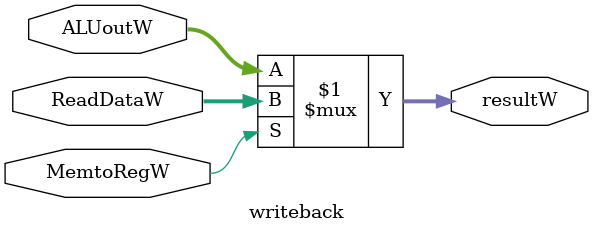
<source format=v>
module writeback(	// file.cleaned.mlir:2:3
  input  [31:0] ALUoutW,	// file.cleaned.mlir:2:27
                ReadDataW,	// file.cleaned.mlir:2:46
  input         MemtoRegW,	// file.cleaned.mlir:2:67
  output [31:0] resultW	// file.cleaned.mlir:2:88
);

  assign resultW = MemtoRegW ? ReadDataW : ALUoutW;	// file.cleaned.mlir:3:10, :4:5
endmodule


</source>
